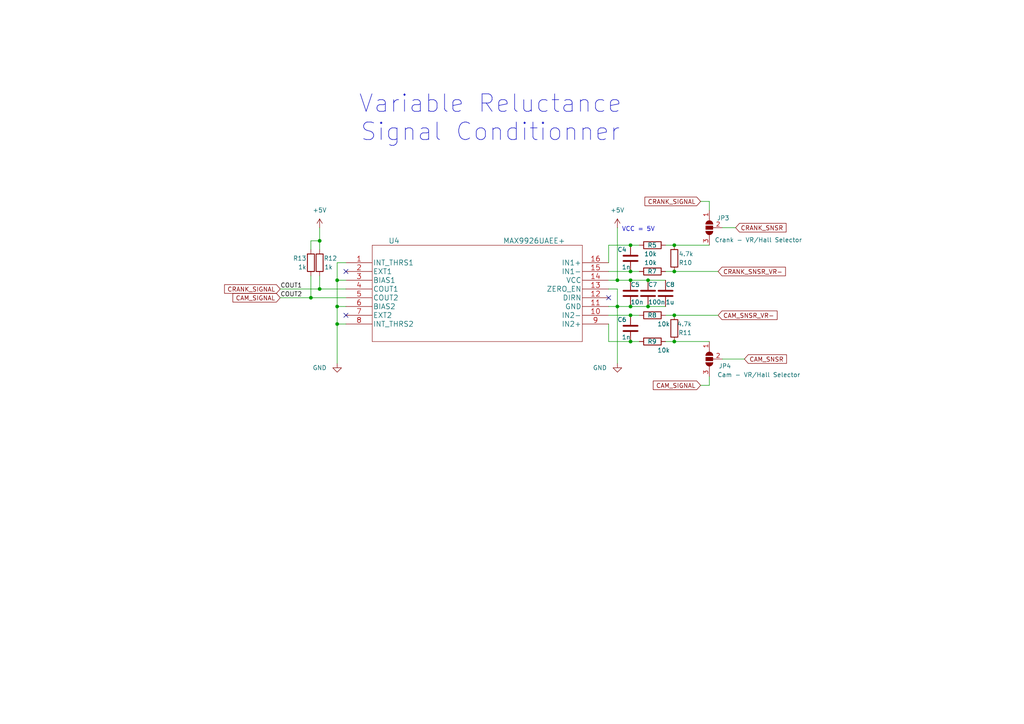
<source format=kicad_sch>
(kicad_sch (version 20231120) (generator "eeschema") (generator_version "8.0")
  (paper "A4")
  (lib_symbols
    (symbol "2021-02-17_17-37-40:MAX9926UAEE+" (pin_names (offset 0.254))
      (property "Reference" "U" (at 38.1 10.16 0))
      (property "Value" "MAX9926UAEE+" (at 38.1 7.62 0))
      (symbol "MAX9926UAEE+_1_1"
        (polyline (pts (xy 7.62 -22.86) (xy 68.58 -22.86)) (stroke (width 0.127)))
        (polyline (pts (xy 7.62 5.08) (xy 7.62 -22.86)) (stroke (width 0.127)))
        (polyline (pts (xy 68.58 -22.86) (xy 68.58 5.08)) (stroke (width 0.127)))
        (polyline (pts (xy 68.58 5.08) (xy 7.62 5.08)) (stroke (width 0.127)))
        (pin unspecified line (at 0 0 0) (length 7.62) (name "INT_THRS1") (number "1"))
        (pin input line (at 76.2 -15.24 180) (length 7.62) (name "IN2-") (number "10"))
        (pin power_in line (at 76.2 -12.7 180) (length 7.62) (name "GND") (number "11"))
        (pin output line (at 76.2 -10.16 180) (length 7.62) (name "DIRN") (number "12"))
        (pin unspecified line (at 76.2 -7.62 180) (length 7.62) (name "ZERO_EN") (number "13"))
        (pin power_in line (at 76.2 -5.08 180) (length 7.62) (name "VCC") (number "14"))
        (pin input line (at 76.2 -2.54 180) (length 7.62) (name "IN1-") (number "15"))
        (pin input line (at 76.2 0 180) (length 7.62) (name "IN1+") (number "16"))
        (pin input line (at 0 -2.54 0) (length 7.62) (name "EXT1") (number "2"))
        (pin input line (at 0 -5.08 0) (length 7.62) (name "BIAS1") (number "3"))
        (pin output line (at 0 -7.62 0) (length 7.62) (name "COUT1") (number "4"))
        (pin output line (at 0 -10.16 0) (length 7.62) (name "COUT2") (number "5"))
        (pin input line (at 0 -12.7 0) (length 7.62) (name "BIAS2") (number "6"))
        (pin input line (at 0 -15.24 0) (length 7.62) (name "EXT2") (number "7"))
        (pin unspecified line (at 0 -17.78 0) (length 7.62) (name "INT_THRS2") (number "8"))
        (pin input line (at 76.2 -17.78 180) (length 7.62) (name "IN2+") (number "9"))
      )
    )
    (symbol "Device:C" (pin_numbers hide) (pin_names (offset 0.254))
      (property "Reference" "C" (at 0.635 2.54 0))
      (property "Value" "C" (at 0.635 -2.54 0))
      (symbol "C_0_1"
        (polyline (pts (xy -2.032 -0.762) (xy 2.032 -0.762)) (stroke (width 0.508)))
        (polyline (pts (xy -2.032 0.762) (xy 2.032 0.762)) (stroke (width 0.508)))
      )
      (symbol "C_1_1"
        (pin passive line (at 0 3.81 270) (length 2.794) (name "~") (number "1"))
        (pin passive line (at 0 -3.81 90) (length 2.794) (name "~") (number "2"))
      )
    )
    (symbol "Device:R" (pin_numbers hide) (pin_names (offset 0))
      (property "Reference" "R" (at 2.032 0 90))
      (property "Value" "R" (at 0 0 90))
      (symbol "R_0_1"
        (rectangle (start -1.016 -2.54) (end 1.016 2.54) (stroke (width 0.254)))
      )
      (symbol "R_1_1"
        (pin passive line (at 0 3.81 270) (length 1.27) (name "~") (number "1"))
        (pin passive line (at 0 -3.81 90) (length 1.27) (name "~") (number "2"))
      )
    )
    (symbol "Jumper:SolderJumper_3_Open" (pin_names (offset 0) hide) (exclude_from_sim yes) (in_bom no)
      (property "Reference" "JP" (at -2.54 -2.54 0))
      (property "Value" "SolderJumper_3_Open" (at 0 2.794 0))
      (symbol "SolderJumper_3_Open_0_1"
        (arc (start -1.016 1.016) (mid -2.0276 0) (end -1.016 -1.016))
        (arc (start -1.016 1.016) (mid -2.0276 0) (end -1.016 -1.016) (fill (type outline)))
        (rectangle (start -0.508 1.016) (end 0.508 -1.016) (fill (type outline)))
        (polyline (pts (xy -2.54 0) (xy -2.032 0)))
        (polyline (pts (xy -1.016 1.016) (xy -1.016 -1.016)))
        (polyline (pts (xy 0 -1.27) (xy 0 -1.016)))
        (polyline (pts (xy 1.016 1.016) (xy 1.016 -1.016)))
        (polyline (pts (xy 2.54 0) (xy 2.032 0)))
        (arc (start 1.016 -1.016) (mid 2.0276 0) (end 1.016 1.016))
        (arc (start 1.016 -1.016) (mid 2.0276 0) (end 1.016 1.016) (fill (type outline)))
      )
      (symbol "SolderJumper_3_Open_1_1"
        (pin passive line (at -5.08 0 0) (length 2.54) (name "A") (number "1"))
        (pin passive line (at 0 -3.81 90) (length 2.54) (name "C") (number "2"))
        (pin passive line (at 5.08 0 180) (length 2.54) (name "B") (number "3"))
      )
    )
    (symbol "VR-Conditioner-MAX9926+reg-rescue:GND-power" (power) (pin_names (offset 0))
      (property "Value" "power_GND" (at 0 -3.81 0))
      (symbol "GND-power_0_1"
        (polyline (pts (xy 0 0) (xy 0 -1.27) (xy 1.27 -1.27) (xy 0 -2.54) (xy -1.27 -1.27) (xy 0 -1.27)))
      )
      (symbol "GND-power_1_1"
        (pin power_in line (at 0 0 270) (length 0) hide (name "GND") (number "1"))
      )
    )
    (symbol "power:+5V" (power) (pin_numbers hide) (pin_names (offset 0) hide)
      (property "Value" "+5V" (at 0 3.556 0))
      (symbol "+5V_0_1"
        (polyline (pts (xy -0.762 1.27) (xy 0 2.54)))
        (polyline (pts (xy 0 0) (xy 0 2.54)))
        (polyline (pts (xy 0 2.54) (xy 0.762 1.27)))
      )
      (symbol "+5V_1_1"
        (pin power_in line (at 0 0 90) (length 0) (name "~") (number "1"))
      )
    )
  )
  (junction (at 195.58 71.12))
  (junction (at 187.96 81.28))
  (junction (at 97.79 88.9))
  (junction (at 182.88 71.12))
  (junction (at 182.88 88.9))
  (junction (at 187.96 88.9))
  (junction (at 182.88 99.06))
  (junction (at 195.58 99.06))
  (junction (at 182.88 81.28))
  (junction (at 92.71 69.85))
  (junction (at 92.71 83.82))
  (junction (at 97.79 93.98))
  (junction (at 97.79 81.28))
  (junction (at 182.88 91.44))
  (junction (at 179.07 88.9))
  (junction (at 90.17 86.36))
  (junction (at 195.58 78.74))
  (junction (at 182.88 78.74))
  (junction (at 179.07 81.28))
  (junction (at 195.58 91.44))
  (no_connect (at 100.33 91.44))
  (no_connect (at 100.33 78.74))
  (no_connect (at 176.53 86.36))
  (wire (pts (xy 205.74 109.22) (xy 205.74 111.76)))
  (wire (pts (xy 187.96 88.9) (xy 193.04 88.9)))
  (wire (pts (xy 205.74 60.96) (xy 205.74 58.42)))
  (wire (pts (xy 92.71 83.82) (xy 100.33 83.82)))
  (wire (pts (xy 92.71 69.85) (xy 92.71 72.39)))
  (wire (pts (xy 100.33 76.2) (xy 97.79 76.2)))
  (wire (pts (xy 176.53 76.2) (xy 176.53 71.12)))
  (wire (pts (xy 179.07 83.82) (xy 176.53 83.82)))
  (wire (pts (xy 176.53 78.74) (xy 182.88 78.74)))
  (wire (pts (xy 176.53 93.98) (xy 176.53 99.06)))
  (wire (pts (xy 90.17 86.36) (xy 100.33 86.36)))
  (wire (pts (xy 97.79 81.28) (xy 97.79 88.9)))
  (wire (pts (xy 92.71 80.01) (xy 92.71 83.82)))
  (wire (pts (xy 205.74 58.42) (xy 203.2 58.42)))
  (wire (pts (xy 179.07 81.28) (xy 182.88 81.28)))
  (wire (pts (xy 195.58 91.44) (xy 208.28 91.44)))
  (wire (pts (xy 187.96 81.28) (xy 193.04 81.28)))
  (wire (pts (xy 209.55 104.14) (xy 215.9 104.14)))
  (wire (pts (xy 176.53 88.9) (xy 179.07 88.9)))
  (wire (pts (xy 203.2 111.76) (xy 205.74 111.76)))
  (wire (pts (xy 97.79 88.9) (xy 100.33 88.9)))
  (wire (pts (xy 195.58 99.06) (xy 205.74 99.06)))
  (wire (pts (xy 176.53 71.12) (xy 182.88 71.12)))
  (wire (pts (xy 97.79 76.2) (xy 97.79 81.28)))
  (wire (pts (xy 92.71 66.04) (xy 92.71 69.85)))
  (wire (pts (xy 90.17 69.85) (xy 90.17 72.39)))
  (wire (pts (xy 176.53 99.06) (xy 182.88 99.06)))
  (wire (pts (xy 182.88 91.44) (xy 185.42 91.44)))
  (wire (pts (xy 81.28 83.82) (xy 92.71 83.82)))
  (wire (pts (xy 193.04 71.12) (xy 195.58 71.12)))
  (wire (pts (xy 182.88 99.06) (xy 185.42 99.06)))
  (wire (pts (xy 182.88 88.9) (xy 179.07 88.9)))
  (wire (pts (xy 92.71 69.85) (xy 90.17 69.85)))
  (wire (pts (xy 176.53 81.28) (xy 179.07 81.28)))
  (wire (pts (xy 90.17 80.01) (xy 90.17 86.36)))
  (wire (pts (xy 182.88 88.9) (xy 187.96 88.9)))
  (wire (pts (xy 195.58 71.12) (xy 205.74 71.12)))
  (wire (pts (xy 81.28 86.36) (xy 90.17 86.36)))
  (wire (pts (xy 176.53 91.44) (xy 182.88 91.44)))
  (wire (pts (xy 209.55 66.04) (xy 213.36 66.04)))
  (wire (pts (xy 97.79 81.28) (xy 100.33 81.28)))
  (wire (pts (xy 100.33 93.98) (xy 97.79 93.98)))
  (wire (pts (xy 97.79 93.98) (xy 97.79 88.9)))
  (wire (pts (xy 195.58 78.74) (xy 208.28 78.74)))
  (wire (pts (xy 182.88 78.74) (xy 185.42 78.74)))
  (wire (pts (xy 179.07 88.9) (xy 179.07 105.41)))
  (wire (pts (xy 97.79 93.98) (xy 97.79 105.41)))
  (wire (pts (xy 179.07 83.82) (xy 179.07 88.9)))
  (wire (pts (xy 193.04 78.74) (xy 195.58 78.74)))
  (wire (pts (xy 193.04 99.06) (xy 195.58 99.06)))
  (wire (pts (xy 182.88 71.12) (xy 185.42 71.12)))
  (wire (pts (xy 179.07 66.04) (xy 179.07 81.28)))
  (wire (pts (xy 182.88 81.28) (xy 187.96 81.28)))
  (wire (pts (xy 193.04 91.44) (xy 195.58 91.44)))
  (text "Variable Reluctance\nSignal Conditionner" (at 142.24 34.29 0) (effects (font (size 5.08 5.08))))
  (text "VCC = 5V" (at 180.34 67.31 0) (effects (font (size 1.27 1.27)) (justify left bottom)))
  (label "COUT2" (at 87.63 86.36 180))
  (label "COUT1" (at 87.63 83.82 180))
  (global_label "CAM_SIGNAL" (shape input) (at 203.2 111.76 180) (property "Intersheetrefs" "${INTERSHEET_REFS}" (effects (hide yes))))
  (global_label "CAM_SNSR_VR-" (shape input) (at 208.28 91.44 0) (property "Intersheetrefs" "${INTERSHEET_REFS}" (effects (hide yes))))
  (global_label "CRANK_SIGNAL" (shape input) (at 81.28 83.82 180) (property "Intersheetrefs" "${INTERSHEET_REFS}" (effects (hide yes))))
  (global_label "CAM_SIGNAL" (shape input) (at 81.28 86.36 180) (property "Intersheetrefs" "${INTERSHEET_REFS}" (effects (hide yes))))
  (global_label "CAM_SNSR" (shape input) (at 215.9 104.14 0) (property "Intersheetrefs" "${INTERSHEET_REFS}" (effects (hide yes))))
  (global_label "CRANK_SIGNAL" (shape input) (at 203.2 58.42 180) (property "Intersheetrefs" "${INTERSHEET_REFS}" (effects (hide yes))))
  (global_label "CRANK_SNSR_VR-" (shape input) (at 208.28 78.74 0) (property "Intersheetrefs" "${INTERSHEET_REFS}" (effects (hide yes))))
  (global_label "CRANK_SNSR" (shape input) (at 213.36 66.04 0) (property "Intersheetrefs" "${INTERSHEET_REFS}" (effects (hide yes))))
  (symbol (lib_id "Device:R") (at 195.58 74.93 0) (unit 1)
    (property "Reference" "R10" (at 196.85 76.2 0) (effects (justify left)))
    (property "Value" "4.7k" (at 196.85 73.66 0) (effects (justify left)))
    (property "Footprint" "Resistor_THT:R_Axial_DIN0207_L6.3mm_D2.5mm_P7.62mm_Horizontal" (effects (hide yes)))
    (property "Description" "3W, 5%" (effects (hide yes)))
    (property "Critical" "DoNoPlace. User option" (effects (hide yes)))
  )
  (symbol (lib_id "Device:C") (at 182.88 85.09 0) (unit 1)
    (property "Reference" "C5" (at 182.88 82.55 0) (effects (justify left)))
    (property "Value" "10n" (at 182.88 87.63 0) (effects (justify left)))
    (property "Footprint" "Capacitor_SMD:C_0603_1608Metric" (effects (hide yes)))
    (property "Description" "10 V ±5% Tolerance U2J Multilayer Ceramic Capacitor\r" (effects (hide yes)))
    (property "Package JEDEC ID" "0603_1608Metric" (effects (hide yes)))
    (property "MFG Name" "Murata\rMurata\r" (effects (hide yes)))
    (property "MFG Part Num" "GRM1857U1A103JA44D\r" (effects (hide yes)))
  )
  (symbol (lib_id "power:+5V") (at 179.07 66.04 0) (unit 1)
    (property "Reference" "#PWR014" (effects (hide yes)))
    (property "Value" "+5V" (at 179.07 60.96 0))
    (property "Description" "Power symbol creates a global label with name \"+5V\"" (effects (hide yes)))
  )
  (symbol (lib_id "VR-Conditioner-MAX9926+reg-rescue:GND-power") (at 97.79 105.41 0) (unit 1)
    (property "Reference" "#PWR017" (effects (hide yes)))
    (property "Value" "GND" (at 92.71 106.68 0))
  )
  (symbol (lib_id "power:+5V") (at 92.71 66.04 0) (unit 1)
    (property "Reference" "#PWR016" (effects (hide yes)))
    (property "Value" "+5V" (at 92.71 60.96 0))
    (property "Description" "Power symbol creates a global label with name \"+5V\"" (effects (hide yes)))
  )
  (symbol (lib_id "Device:R") (at 90.17 76.2 0) (mirror y) (unit 1)
    (property "Reference" "R13" (at 88.9 74.93 0) (effects (justify left)))
    (property "Value" "1k" (at 88.9 77.47 0) (effects (justify left)))
    (property "Footprint" "Resistor_SMD:R_0603_1608Metric_Pad0.98x0.95mm_HandSolder" (effects (hide yes)))
    (property "Description" "Thick Film; +/-1% 0.2W" (effects (hide yes)))
    (property "Package JEDEC ID" "0603_1608Metric" (effects (hide yes)))
    (property "MFG Name" "Vishay" (effects (hide yes)))
    (property "MFG Part Num" "CRCW06031K00FKEAHP" (effects (hide yes)))
  )
  (symbol (lib_id "VR-Conditioner-MAX9926+reg-rescue:GND-power") (at 179.07 105.41 0) (unit 1)
    (property "Reference" "#PWR015" (effects (hide yes)))
    (property "Value" "GND" (at 173.99 106.68 0))
  )
  (symbol (lib_id "Jumper:SolderJumper_3_Open") (at 205.74 66.04 90) (mirror x) (unit 1) (exclude_from_sim yes) (in_bom no)
    (property "Reference" "JP3" (at 211.582 63.246 90) (effects (justify left)))
    (property "Value" "Crank - VR/Hall Selector" (at 232.664 69.596 90) (effects (justify left)))
    (property "Footprint" "Jumper:SolderJumper-3_P1.3mm_Open_RoundedPad1.0x1.5mm" (effects (hide yes)))
    (property "Description" "Solder Jumper, 3-pole, open" (effects (hide yes)))
  )
  (symbol (lib_id "Device:R") (at 189.23 71.12 90) (unit 1)
    (property "Reference" "R5" (at 190.5 71.12 90) (effects (justify left)))
    (property "Value" "10k" (at 190.5 73.66 90) (effects (justify left)))
    (property "Footprint" "Resistor_SMD:R_1206_3216Metric_Pad1.30x1.75mm_HandSolder" (effects (hide yes)))
    (property "MFG Name" "Yageo" (effects (hide yes)))
    (property "MFG Part Num" "RC1206FR-7W10KL" (effects (hide yes)))
  )
  (symbol (lib_id "Device:C") (at 182.88 74.93 0) (unit 1)
    (property "Reference" "C4" (at 179.07 72.39 0) (effects (justify left)))
    (property "Value" "1n" (at 180.34 77.47 0) (effects (justify left)))
    (property "Footprint" "Capacitor_SMD:C_0603_1608Metric" (effects (hide yes)))
    (property "Description" "1000 pF 50 V ±5 % Tolerance C0G SMT Multilayer Ceramic Capacitor\r" (effects (hide yes)))
    (property "Package JEDEC ID" "0603_1608Metric" (effects (hide yes)))
    (property "MFG Name" "Murata\r" (effects (hide yes)))
    (property "MFG Part Num" "GRM1885C1H102JA01D\r" (effects (hide yes)))
  )
  (symbol (lib_id "Device:R") (at 195.58 95.25 180) (unit 1)
    (property "Reference" "R11" (at 200.66 96.52 0) (effects (justify left)))
    (property "Value" "4.7k" (at 200.66 93.98 0) (effects (justify left)))
    (property "Footprint" "Resistor_THT:R_Axial_DIN0207_L6.3mm_D2.5mm_P7.62mm_Horizontal" (effects (hide yes)))
    (property "Description" "3W, 5%" (effects (hide yes)))
    (property "Critical" "DoNoPlace. User option" (effects (hide yes)))
  )
  (symbol (lib_id "Device:R") (at 189.23 91.44 90) (unit 1)
    (property "Reference" "R8" (at 190.5 91.44 90) (effects (justify left)))
    (property "Value" "10k" (at 194.31 93.98 90) (effects (justify left)))
    (property "Footprint" "Resistor_SMD:R_1206_3216Metric_Pad1.30x1.75mm_HandSolder" (effects (hide yes)))
    (property "MFG Name" "Yageo" (effects (hide yes)))
    (property "MFG Part Num" "RC1206FR-7W10KL" (effects (hide yes)))
  )
  (symbol (lib_id "Device:R") (at 189.23 78.74 90) (unit 1)
    (property "Reference" "R7" (at 190.5 78.74 90) (effects (justify left)))
    (property "Value" "10k" (at 190.5 76.2 90) (effects (justify left)))
    (property "Footprint" "Resistor_SMD:R_1206_3216Metric_Pad1.30x1.75mm_HandSolder" (effects (hide yes)))
    (property "MFG Name" "Yageo" (effects (hide yes)))
    (property "MFG Part Num" "RC1206FR-7W10KL" (effects (hide yes)))
  )
  (symbol (lib_id "Device:R") (at 189.23 99.06 90) (unit 1)
    (property "Reference" "R9" (at 190.5 99.06 90) (effects (justify left)))
    (property "Value" "10k" (at 194.31 101.6 90) (effects (justify left)))
    (property "Footprint" "Resistor_SMD:R_1206_3216Metric_Pad1.30x1.75mm_HandSolder" (effects (hide yes)))
    (property "MFG Name" "Yageo" (effects (hide yes)))
    (property "MFG Part Num" "RC1206FR-7W10KL" (effects (hide yes)))
  )
  (symbol (lib_id "Jumper:SolderJumper_3_Open") (at 205.74 104.14 90) (mirror x) (unit 1) (exclude_from_sim yes) (in_bom no)
    (property "Reference" "JP4" (at 212.09 106.172 90) (effects (justify left)))
    (property "Value" "Cam - VR/Hall Selector" (at 232.156 108.712 90) (effects (justify left)))
    (property "Footprint" "Jumper:SolderJumper-3_P1.3mm_Open_RoundedPad1.0x1.5mm" (effects (hide yes)))
    (property "Description" "Solder Jumper, 3-pole, open" (effects (hide yes)))
  )
  (symbol (lib_id "2021-02-17_17-37-40:MAX9926UAEE+") (at 100.33 76.2 0) (unit 1)
    (property "Reference" "U4" (at 114.3 69.85 0) (effects (font (size 1.524 1.524))))
    (property "Value" "MAX9926UAEE+" (at 154.94 69.85 0) (effects (font (size 1.524 1.524))))
    (property "Footprint" "Package_SO:QSOP-16_3.9x4.9mm_P0.635mm" (effects (hide yes)))
    (property "Datasheet" "https://datasheet.octopart.com/MAX9926UAEE%2B-Maxim-Integrated-datasheet-11046290.pdf" (effects (hide yes)))
    (property "Description" "MAX9926 Series 10 mA Differential Input Logic Output Sensor Interface -SSOP-16" (effects (hide yes)))
    (property "MFG Name" "Maxim Integrated" (effects (hide yes)))
    (property "MFG Part Num" "MAX9926UAEE+" (effects (hide yes)))
    (property "Package JEDEC ID" "SSOP-16" (effects (hide yes)))
    (property "Critical" "Yes" (effects (hide yes)))
  )
  (symbol (lib_id "Device:R") (at 92.71 76.2 0) (mirror y) (unit 1)
    (property "Reference" "R12" (at 97.79 74.93 0) (effects (justify left)))
    (property "Value" "1k" (at 96.52 77.47 0) (effects (justify left)))
    (property "Footprint" "Resistor_SMD:R_0603_1608Metric_Pad0.98x0.95mm_HandSolder" (effects (hide yes)))
    (property "Description" "Thick Film; +/-1% 0.2W" (effects (hide yes)))
    (property "Package JEDEC ID" "0603_1608Metric" (effects (hide yes)))
    (property "MFG Name" "Vishay" (effects (hide yes)))
    (property "MFG Part Num" "CRCW06031K00FKEAHP" (effects (hide yes)))
  )
  (symbol (lib_id "Device:C") (at 182.88 95.25 0) (unit 1)
    (property "Reference" "C6" (at 179.07 92.71 0) (effects (justify left)))
    (property "Value" "1n" (at 180.34 97.79 0) (effects (justify left)))
    (property "Footprint" "Capacitor_SMD:C_0603_1608Metric" (effects (hide yes)))
    (property "Description" "1000 pF 50 V ±5 % Tolerance C0G SMT Multilayer Ceramic Capacitor\r" (effects (hide yes)))
    (property "Package JEDEC ID" "0603_1608Metric" (effects (hide yes)))
    (property "MFG Name" "Murata\r" (effects (hide yes)))
    (property "MFG Part Num" "GRM1885C1H102JA01D\r" (effects (hide yes)))
  )
  (symbol (lib_id "Device:C") (at 187.96 85.09 0) (unit 1)
    (property "Reference" "C7" (at 187.96 82.55 0) (effects (justify left)))
    (property "Value" "100n" (at 187.96 87.63 0) (effects (justify left)))
    (property "Footprint" "Capacitor_SMD:C_0603_1608Metric" (effects (hide yes)))
    (property "Description" "Ceramic 0.1uF 16V X7R 10% Pad SMD 0603 Soft Termination 125C Automotive T/R\r" (effects (hide yes)))
    (property "Package JEDEC ID" "0603_1608Metric" (effects (hide yes)))
    (property "MFG Name" "Murata\r" (effects (hide yes)))
    (property "MFG Part Num" "GCJ188R71C104KA01D\r" (effects (hide yes)))
  )
  (symbol (lib_id "Device:C") (at 193.04 85.09 0) (unit 1)
    (property "Reference" "C8" (at 193.04 82.55 0) (effects (justify left)))
    (property "Value" "1u" (at 193.04 87.63 0) (effects (justify left)))
    (property "Footprint" "Capacitor_SMD:C_0603_1608Metric" (effects (hide yes)))
    (property "Description" "16V ±10% Tolerance X7R Surface Mount Multilayer Ceramic Capacitor\r" (effects (hide yes)))
    (property "Package JEDEC ID" "0603_1608Metric" (effects (hide yes)))
    (property "MFG Name" "Murata\r" (effects (hide yes)))
    (property "MFG Part Num" "GCM188R71C105KA64D\r" (effects (hide yes)))
  )
)
</source>
